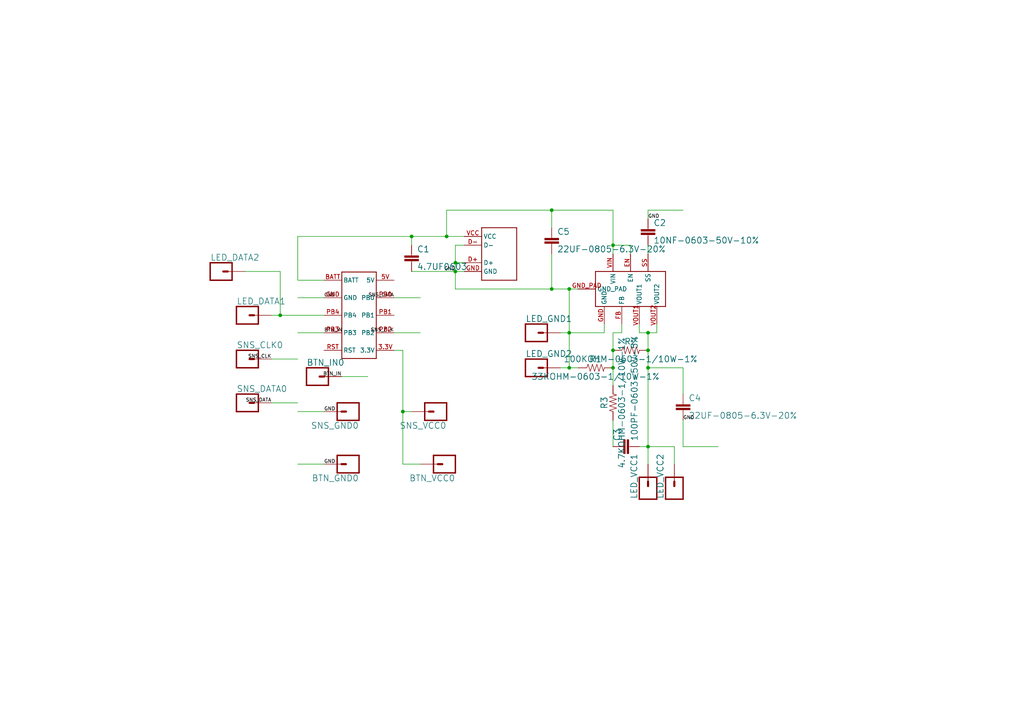
<source format=kicad_sch>
(kicad_sch (version 20230121) (generator eeschema)
  (paper "A4")
  (lib_symbols
    (symbol "LightStickControl-eagle-import:100KOHM-0603-1/10W-1%"
      (property "Reference" "R" (at 0 1.524 0))
      (symbol "100KOHM-0603-1/10W-1%_1_0"
        (polyline (pts (xy -2.54 0) (xy -2.159 1.016)) (stroke (width 0.1524)))
        (polyline (pts (xy -2.159 1.016) (xy -1.524 -1.016)) (stroke (width 0.1524)))
        (polyline (pts (xy -1.524 -1.016) (xy -0.889 1.016)) (stroke (width 0.1524)))
        (polyline (pts (xy -0.889 1.016) (xy -0.254 -1.016)) (stroke (width 0.1524)))
        (polyline (pts (xy -0.254 -1.016) (xy 0.381 1.016)) (stroke (width 0.1524)))
        (polyline (pts (xy 0.381 1.016) (xy 1.016 -1.016)) (stroke (width 0.1524)))
        (polyline (pts (xy 1.016 -1.016) (xy 1.651 1.016)) (stroke (width 0.1524)))
        (polyline (pts (xy 1.651 1.016) (xy 2.286 -1.016)) (stroke (width 0.1524)))
        (polyline (pts (xy 2.286 -1.016) (xy 2.54 0)) (stroke (width 0.1524)))
        (pin passive line (at -5.08 0 0) (length 2.54) (name "1") (number "1"))
        (pin passive line (at 5.08 0 180) (length 2.54) (name "2") (number "2"))
      )
    )
    (symbol "LightStickControl-eagle-import:100PF-0603-50V-5%"
      (property "Reference" "C" (at 1.524 2.921 0))
      (symbol "100PF-0603-50V-5%_1_0"
        (rectangle (start -2.032 0.508) (end 2.032 1.016) (fill (type outline)))
        (rectangle (start -2.032 1.524) (end 2.032 2.032) (fill (type outline)))
        (polyline (pts (xy 0 0) (xy 0 0.508)) (stroke (width 0.1524)))
        (polyline (pts (xy 0 2.54) (xy 0 2.032)) (stroke (width 0.1524)))
        (pin passive line (at 0 5.08 270) (length 2.54) (name "1") (number "1"))
        (pin passive line (at 0 -2.54 90) (length 2.54) (name "2") (number "2"))
      )
    )
    (symbol "LightStickControl-eagle-import:10NF-0603-50V-10%"
      (property "Reference" "C" (at 1.524 2.921 0))
      (symbol "10NF-0603-50V-10%_1_0"
        (rectangle (start -2.032 0.508) (end 2.032 1.016) (fill (type outline)))
        (rectangle (start -2.032 1.524) (end 2.032 2.032) (fill (type outline)))
        (polyline (pts (xy 0 0) (xy 0 0.508)) (stroke (width 0.1524)))
        (polyline (pts (xy 0 2.54) (xy 0 2.032)) (stroke (width 0.1524)))
        (pin passive line (at 0 5.08 270) (length 2.54) (name "1") (number "1"))
        (pin passive line (at 0 -2.54 90) (length 2.54) (name "2") (number "2"))
      )
    )
    (symbol "LightStickControl-eagle-import:22UF-0805-6.3V-20%"
      (property "Reference" "C" (at 1.524 2.921 0))
      (symbol "22UF-0805-6.3V-20%_1_0"
        (rectangle (start -2.032 0.508) (end 2.032 1.016) (fill (type outline)))
        (rectangle (start -2.032 1.524) (end 2.032 2.032) (fill (type outline)))
        (polyline (pts (xy 0 0) (xy 0 0.508)) (stroke (width 0.1524)))
        (polyline (pts (xy 0 2.54) (xy 0 2.032)) (stroke (width 0.1524)))
        (pin passive line (at 0 5.08 270) (length 2.54) (name "1") (number "1"))
        (pin passive line (at 0 -2.54 90) (length 2.54) (name "2") (number "2"))
      )
    )
    (symbol "LightStickControl-eagle-import:33KOHM-0603-1/10W-1%"
      (property "Reference" "R" (at 0 1.524 0))
      (symbol "33KOHM-0603-1/10W-1%_1_0"
        (polyline (pts (xy -2.54 0) (xy -2.159 1.016)) (stroke (width 0.1524)))
        (polyline (pts (xy -2.159 1.016) (xy -1.524 -1.016)) (stroke (width 0.1524)))
        (polyline (pts (xy -1.524 -1.016) (xy -0.889 1.016)) (stroke (width 0.1524)))
        (polyline (pts (xy -0.889 1.016) (xy -0.254 -1.016)) (stroke (width 0.1524)))
        (polyline (pts (xy -0.254 -1.016) (xy 0.381 1.016)) (stroke (width 0.1524)))
        (polyline (pts (xy 0.381 1.016) (xy 1.016 -1.016)) (stroke (width 0.1524)))
        (polyline (pts (xy 1.016 -1.016) (xy 1.651 1.016)) (stroke (width 0.1524)))
        (polyline (pts (xy 1.651 1.016) (xy 2.286 -1.016)) (stroke (width 0.1524)))
        (polyline (pts (xy 2.286 -1.016) (xy 2.54 0)) (stroke (width 0.1524)))
        (pin passive line (at -5.08 0 0) (length 2.54) (name "1") (number "1"))
        (pin passive line (at 5.08 0 180) (length 2.54) (name "2") (number "2"))
      )
    )
    (symbol "LightStickControl-eagle-import:4.7KOHM-0603-1/10W-1%"
      (property "Reference" "R" (at 0 1.524 0))
      (symbol "4.7KOHM-0603-1/10W-1%_1_0"
        (polyline (pts (xy -2.54 0) (xy -2.159 1.016)) (stroke (width 0.1524)))
        (polyline (pts (xy -2.159 1.016) (xy -1.524 -1.016)) (stroke (width 0.1524)))
        (polyline (pts (xy -1.524 -1.016) (xy -0.889 1.016)) (stroke (width 0.1524)))
        (polyline (pts (xy -0.889 1.016) (xy -0.254 -1.016)) (stroke (width 0.1524)))
        (polyline (pts (xy -0.254 -1.016) (xy 0.381 1.016)) (stroke (width 0.1524)))
        (polyline (pts (xy 0.381 1.016) (xy 1.016 -1.016)) (stroke (width 0.1524)))
        (polyline (pts (xy 1.016 -1.016) (xy 1.651 1.016)) (stroke (width 0.1524)))
        (polyline (pts (xy 1.651 1.016) (xy 2.286 -1.016)) (stroke (width 0.1524)))
        (polyline (pts (xy 2.286 -1.016) (xy 2.54 0)) (stroke (width 0.1524)))
        (pin passive line (at -5.08 0 0) (length 2.54) (name "1") (number "1"))
        (pin passive line (at 5.08 0 180) (length 2.54) (name "2") (number "2"))
      )
    )
    (symbol "LightStickControl-eagle-import:4.7UF0603"
      (property "Reference" "C" (at 1.524 2.921 0))
      (symbol "4.7UF0603_1_0"
        (rectangle (start -2.032 0.508) (end 2.032 1.016) (fill (type outline)))
        (rectangle (start -2.032 1.524) (end 2.032 2.032) (fill (type outline)))
        (polyline (pts (xy 0 0) (xy 0 0.508)) (stroke (width 0.1524)))
        (polyline (pts (xy 0 2.54) (xy 0 2.032)) (stroke (width 0.1524)))
        (pin passive line (at 0 5.08 270) (length 2.54) (name "1") (number "1"))
        (pin passive line (at 0 -2.54 90) (length 2.54) (name "2") (number "2"))
      )
    )
    (symbol "LightStickControl-eagle-import:ARDUINO_TRINKET"
      (symbol "ARDUINO_TRINKET_1_0"
        (polyline (pts (xy -5 -15.08) (xy -5 10)) (stroke (width 0.254)))
        (polyline (pts (xy -5 10) (xy 5 10)) (stroke (width 0.254)))
        (polyline (pts (xy 5 -15.08) (xy -5 -15.08)) (stroke (width 0.254)))
        (polyline (pts (xy 5 10) (xy 5 -15.08)) (stroke (width 0.254)))
        (pin bidirectional line (at 10.16 -12.7 180) (length 5.08) (name "3.3V") (number "3.3V"))
        (pin bidirectional line (at 10.15 7.62 180) (length 5.08) (name "5V") (number "5V"))
        (pin bidirectional line (at -10.16 7.62 0) (length 5.08) (name "BATT") (number "BATT"))
        (pin bidirectional line (at -10.16 2.54 0) (length 5.08) (name "GND") (number "GND"))
        (pin bidirectional line (at 10.16 2.54 180) (length 5.08) (name "PB0") (number "PB0"))
        (pin bidirectional line (at 10.16 -2.54 180) (length 5.08) (name "PB1") (number "PB1"))
        (pin bidirectional line (at 10.16 -7.62 180) (length 5.08) (name "PB2") (number "PB2"))
        (pin bidirectional line (at -10.16 -7.62 0) (length 5.08) (name "PB3") (number "PB3"))
        (pin bidirectional line (at -10.16 -2.54 0) (length 5.08) (name "PB4") (number "PB4"))
        (pin bidirectional line (at -10.16 -12.7 0) (length 5.08) (name "RST") (number "RST"))
      )
    )
    (symbol "LightStickControl-eagle-import:CONN_01"
      (property "Reference" "J" (at -2.54 3.048 0))
      (symbol "CONN_01_1_0"
        (polyline (pts (xy -2.54 2.54) (xy -2.54 -2.54)) (stroke (width 0.4064)))
        (polyline (pts (xy -2.54 2.54) (xy 3.81 2.54)) (stroke (width 0.4064)))
        (polyline (pts (xy 1.27 0) (xy 2.54 0)) (stroke (width 0.6096)))
        (polyline (pts (xy 3.81 -2.54) (xy -2.54 -2.54)) (stroke (width 0.4064)))
        (polyline (pts (xy 3.81 -2.54) (xy 3.81 2.54)) (stroke (width 0.4064)))
        (pin passive line (at 7.62 0 180) (length 5.08) (name "1") (number "1"))
      )
    )
    (symbol "LightStickControl-eagle-import:LMZ10503"
      (symbol "LMZ10503_1_0"
        (polyline (pts (xy -10.16 -5.08) (xy -10.16 5.08)) (stroke (width 0.254)))
        (polyline (pts (xy -10.16 5.08) (xy 10.16 5.08)) (stroke (width 0.254)))
        (polyline (pts (xy 10.16 -5.08) (xy -10.16 -5.08)) (stroke (width 0.254)))
        (polyline (pts (xy 10.16 5.08) (xy 10.16 -5.08)) (stroke (width 0.254)))
        (pin bidirectional line (at 0 10.16 270) (length 5.08) (name "EN") (number "EN"))
        (pin bidirectional line (at -2.54 -10.16 90) (length 5.08) (name "FB") (number "FB"))
        (pin bidirectional line (at -7.62 -10.16 90) (length 5.08) (name "GND") (number "GND"))
        (pin bidirectional line (at -15.24 0 0) (length 5.08) (name "GND_PAD") (number "GND_PAD"))
        (pin bidirectional line (at 5.08 10.16 270) (length 5.08) (name "SS") (number "SS"))
        (pin bidirectional line (at -5.08 10.16 270) (length 5.08) (name "VIN") (number "VIN"))
        (pin bidirectional line (at 2.54 -10.16 90) (length 5.08) (name "VOUT1") (number "VOUT1"))
        (pin bidirectional line (at 7.62 -10.16 90) (length 5.08) (name "VOUT2") (number "VOUT2"))
      )
    )
    (symbol "LightStickControl-eagle-import:USB_A_932"
      (symbol "USB_A_932_1_0"
        (polyline (pts (xy -7.62 -5.08) (xy -7.62 5.08)) (stroke (width 0.254)))
        (polyline (pts (xy -7.62 5.08) (xy 7.62 5.08)) (stroke (width 0.254)))
        (polyline (pts (xy 7.62 -5.08) (xy -7.62 -5.08)) (stroke (width 0.254)))
        (polyline (pts (xy 7.62 5.08) (xy 7.62 -5.08)) (stroke (width 0.254)))
        (pin bidirectional line (at 2.54 -10.16 90) (length 5.08) (name "D+") (number "D+"))
        (pin bidirectional line (at -2.54 -10.16 90) (length 5.08) (name "D-") (number "D-"))
        (pin bidirectional line (at 5.08 -10.16 90) (length 5.08) (name "GND") (number "GND"))
        (pin bidirectional line (at -5.08 -10.16 90) (length 5.08) (name "VCC") (number "VCC"))
      )
    )
  )
  (junction (at 187.96 106.68))
  (junction (at 160.02 83.82))
  (junction (at 165.1 96.52))
  (junction (at 177.8 101.6))
  (junction (at 119.38 68.58))
  (junction (at 132.08 76.2))
  (junction (at 187.96 129.54))
  (junction (at 177.8 106.68))
  (junction (at 187.96 96.52))
  (junction (at 165.1 106.68))
  (junction (at 81.28 91.44))
  (junction (at 116.84 119.38))
  (junction (at 177.8 71.12))
  (junction (at 129.54 68.58))
  (junction (at 165.1 83.82))
  (junction (at 160.02 60.96))
  (junction (at 187.96 101.6))
  (junction (at 132.08 78.74))
  (wire (pts (xy 86.36 81.28) (xy 93.98 81.28)) (stroke (width 0.1524)))
  (wire (pts (xy 187.96 129.54) (xy 185.42 129.54)) (stroke (width 0.1524)))
  (wire (pts (xy 78.74 104.14) (xy 86.36 104.14)) (stroke (width 0.1524)))
  (wire (pts (xy 190.5 93.98) (xy 190.5 96.52)) (stroke (width 0.1524)))
  (wire (pts (xy 93.98 134.62) (xy 86.36 134.62)) (stroke (width 0.1524)))
  (wire (pts (xy 134.62 76.2) (xy 132.08 76.2)) (stroke (width 0.1524)))
  (wire (pts (xy 180.34 93.98) (xy 180.34 96.52)) (stroke (width 0.1524)))
  (wire (pts (xy 187.96 129.54) (xy 195.58 129.54)) (stroke (width 0.1524)))
  (wire (pts (xy 187.96 106.68) (xy 187.96 129.54)) (stroke (width 0.1524)))
  (wire (pts (xy 132.08 78.74) (xy 132.08 83.82)) (stroke (width 0.1524)))
  (wire (pts (xy 187.96 73.66) (xy 187.96 71.12)) (stroke (width 0.1524)))
  (wire (pts (xy 78.74 91.44) (xy 81.28 91.44)) (stroke (width 0.1524)))
  (wire (pts (xy 119.38 68.58) (xy 86.36 68.58)) (stroke (width 0.1524)))
  (wire (pts (xy 116.84 119.38) (xy 119.38 119.38)) (stroke (width 0.1524)))
  (wire (pts (xy 129.54 60.96) (xy 160.02 60.96)) (stroke (width 0.1524)))
  (wire (pts (xy 175.26 93.98) (xy 175.26 96.52)) (stroke (width 0.1524)))
  (wire (pts (xy 93.98 119.38) (xy 86.36 119.38)) (stroke (width 0.1524)))
  (wire (pts (xy 160.02 83.82) (xy 165.1 83.82)) (stroke (width 0.1524)))
  (wire (pts (xy 132.08 78.74) (xy 119.38 78.74)) (stroke (width 0.1524)))
  (wire (pts (xy 165.1 83.82) (xy 167.64 83.82)) (stroke (width 0.1524)))
  (wire (pts (xy 114.3 101.6) (xy 116.84 101.6)) (stroke (width 0.1524)))
  (wire (pts (xy 187.96 96.52) (xy 190.5 96.52)) (stroke (width 0.1524)))
  (wire (pts (xy 187.96 63.5) (xy 187.96 60.96)) (stroke (width 0.1524)))
  (wire (pts (xy 177.8 71.12) (xy 177.8 73.66)) (stroke (width 0.1524)))
  (wire (pts (xy 134.62 68.58) (xy 129.54 68.58)) (stroke (width 0.1524)))
  (wire (pts (xy 185.42 93.98) (xy 185.42 96.52)) (stroke (width 0.1524)))
  (wire (pts (xy 93.98 86.36) (xy 86.36 86.36)) (stroke (width 0.1524)))
  (wire (pts (xy 119.38 71.12) (xy 119.38 68.58)) (stroke (width 0.1524)))
  (wire (pts (xy 116.84 134.62) (xy 121.92 134.62)) (stroke (width 0.1524)))
  (wire (pts (xy 187.96 101.6) (xy 187.96 96.52)) (stroke (width 0.1524)))
  (wire (pts (xy 177.8 96.52) (xy 177.8 101.6)) (stroke (width 0.1524)))
  (wire (pts (xy 132.08 78.74) (xy 134.62 78.74)) (stroke (width 0.1524)))
  (wire (pts (xy 132.08 71.12) (xy 134.62 71.12)) (stroke (width 0.1524)))
  (wire (pts (xy 165.1 96.52) (xy 165.1 83.82)) (stroke (width 0.1524)))
  (wire (pts (xy 132.08 83.82) (xy 160.02 83.82)) (stroke (width 0.1524)))
  (wire (pts (xy 160.02 60.96) (xy 177.8 60.96)) (stroke (width 0.1524)))
  (wire (pts (xy 198.12 121.92) (xy 198.12 129.54)) (stroke (width 0.1524)))
  (wire (pts (xy 99.06 109.22) (xy 106.68 109.22)) (stroke (width 0.1524)))
  (wire (pts (xy 187.96 106.68) (xy 198.12 106.68)) (stroke (width 0.1524)))
  (wire (pts (xy 182.88 73.66) (xy 182.88 71.12)) (stroke (width 0.1524)))
  (wire (pts (xy 175.26 96.52) (xy 165.1 96.52)) (stroke (width 0.1524)))
  (wire (pts (xy 185.42 96.52) (xy 187.96 96.52)) (stroke (width 0.1524)))
  (wire (pts (xy 195.58 129.54) (xy 195.58 134.62)) (stroke (width 0.1524)))
  (wire (pts (xy 81.28 91.44) (xy 93.98 91.44)) (stroke (width 0.1524)))
  (wire (pts (xy 129.54 68.58) (xy 119.38 68.58)) (stroke (width 0.1524)))
  (wire (pts (xy 71.12 78.74) (xy 81.28 78.74)) (stroke (width 0.1524)))
  (wire (pts (xy 114.3 86.36) (xy 121.92 86.36)) (stroke (width 0.1524)))
  (wire (pts (xy 187.96 101.6) (xy 187.96 106.68)) (stroke (width 0.1524)))
  (wire (pts (xy 177.8 111.76) (xy 177.8 106.68)) (stroke (width 0.1524)))
  (wire (pts (xy 81.28 78.74) (xy 81.28 91.44)) (stroke (width 0.1524)))
  (wire (pts (xy 129.54 68.58) (xy 129.54 60.96)) (stroke (width 0.1524)))
  (wire (pts (xy 177.8 60.96) (xy 177.8 71.12)) (stroke (width 0.1524)))
  (wire (pts (xy 177.8 101.6) (xy 177.8 106.68)) (stroke (width 0.1524)))
  (wire (pts (xy 187.96 60.96) (xy 198.12 60.96)) (stroke (width 0.1524)))
  (wire (pts (xy 160.02 73.66) (xy 160.02 83.82)) (stroke (width 0.1524)))
  (wire (pts (xy 160.02 60.96) (xy 160.02 66.04)) (stroke (width 0.1524)))
  (wire (pts (xy 93.98 96.52) (xy 86.36 96.52)) (stroke (width 0.1524)))
  (wire (pts (xy 114.3 96.52) (xy 121.92 96.52)) (stroke (width 0.1524)))
  (wire (pts (xy 116.84 101.6) (xy 116.84 119.38)) (stroke (width 0.1524)))
  (wire (pts (xy 132.08 76.2) (xy 132.08 78.74)) (stroke (width 0.1524)))
  (wire (pts (xy 132.08 76.2) (xy 132.08 71.12)) (stroke (width 0.1524)))
  (wire (pts (xy 116.84 119.38) (xy 116.84 134.62)) (stroke (width 0.1524)))
  (wire (pts (xy 162.56 96.52) (xy 165.1 96.52)) (stroke (width 0.1524)))
  (wire (pts (xy 198.12 129.54) (xy 208.28 129.54)) (stroke (width 0.1524)))
  (wire (pts (xy 187.96 129.54) (xy 187.96 134.62)) (stroke (width 0.1524)))
  (wire (pts (xy 177.8 129.54) (xy 177.8 121.92)) (stroke (width 0.1524)))
  (wire (pts (xy 198.12 106.68) (xy 198.12 114.3)) (stroke (width 0.1524)))
  (wire (pts (xy 165.1 106.68) (xy 165.1 96.52)) (stroke (width 0.1524)))
  (wire (pts (xy 180.34 96.52) (xy 177.8 96.52)) (stroke (width 0.1524)))
  (wire (pts (xy 167.64 106.68) (xy 165.1 106.68)) (stroke (width 0.1524)))
  (wire (pts (xy 78.74 116.84) (xy 86.36 116.84)) (stroke (width 0.1524)))
  (wire (pts (xy 182.88 71.12) (xy 177.8 71.12)) (stroke (width 0.1524)))
  (wire (pts (xy 162.56 106.68) (xy 165.1 106.68)) (stroke (width 0.1524)))
  (wire (pts (xy 86.36 68.58) (xy 86.36 81.28)) (stroke (width 0.1524)))
  (label "GND" (at 132.08 78.74 180) (effects (font (size 1.016 1.016))))
  (label "SNS_CLK" (at 114.3 96.52 180) (effects (font (size 1.016 1.016))))
  (label "BTN_IN" (at 99.06 109.22 180) (effects (font (size 1.016 1.016))))
  (label "GND" (at 198.12 121.92 0) (effects (font (size 1.016 1.016))))
  (label "GND" (at 187.96 63.5 0) (effects (font (size 1.016 1.016))))
  (label "GND" (at 93.98 119.38 0) (effects (font (size 1.016 1.016))))
  (label "SNS_DATA" (at 78.74 116.84 180) (effects (font (size 1.016 1.016))))
  (label "GND" (at 93.98 134.62 0) (effects (font (size 1.016 1.016))))
  (label "BTN_IN" (at 93.98 96.52 0) (effects (font (size 1.016 1.016))))
  (label "SNS_DATA" (at 114.3 86.36 180) (effects (font (size 1.016 1.016))))
  (label "GND" (at 93.98 86.36 0) (effects (font (size 1.016 1.016))))
  (label "SNS_CLK" (at 78.74 104.14 180) (effects (font (size 1.016 1.016))))
  (symbol (lib_id "LightStickControl-eagle-import:CONN_01") (at 63.5 78.74 0) (unit 1)
    (property "Reference" "LED_DATA2" (at 60.96 75.692 0) (effects (font (size 1.778 1.778)) (justify left bottom)))
    (property "Value" "CONN_01" (effects hide))
    (property "Footprint" "LightStickControl:1X01" (effects hide))
  )
  (symbol (lib_id "LightStickControl-eagle-import:10NF-0603-50V-10%") (at 187.96 68.58 0) (unit 1)
    (property "Reference" "C2" (at 189.484 65.659 0) (effects (font (size 1.778 1.778)) (justify left bottom)))
    (property "Value" "10NF-0603-50V-10%" (at 189.484 70.739 0) (effects (font (size 1.778 1.778)) (justify left bottom)))
    (property "Footprint" "LightStickControl:0603" (effects hide))
  )
  (symbol (lib_id "LightStickControl-eagle-import:4.7UF0603") (at 119.38 76.2 0) (unit 1)
    (property "Reference" "C1" (at 120.904 73.279 0) (effects (font (size 1.778 1.778)) (justify left bottom)))
    (property "Value" "4.7UF0603" (at 120.904 78.359 0) (effects (font (size 1.778 1.778)) (justify left bottom)))
    (property "Footprint" "LightStickControl:0603" (effects hide))
  )
  (symbol (lib_id "LightStickControl-eagle-import:CONN_01") (at 101.6 119.38 180) (unit 1)
    (property "Reference" "SNS_GND0" (at 104.14 122.428 0) (effects (font (size 1.778 1.778)) (justify left bottom)))
    (property "Value" "CONN_01" (effects hide))
    (property "Footprint" "LightStickControl:1X01" (effects hide))
  )
  (symbol (lib_id "LightStickControl-eagle-import:CONN_01") (at 154.94 96.52 0) (unit 1)
    (property "Reference" "LED_GND1" (at 152.4 93.472 0) (effects (font (size 1.778 1.778)) (justify left bottom)))
    (property "Value" "CONN_01" (effects hide))
    (property "Footprint" "LightStickControl:1X01" (effects hide))
  )
  (symbol (lib_id "LightStickControl-eagle-import:CONN_01") (at 187.96 142.24 90) (unit 1)
    (property "Reference" "LED_VCC1" (at 184.912 144.78 0) (effects (font (size 1.778 1.778)) (justify left bottom)))
    (property "Value" "CONN_01" (effects hide))
    (property "Footprint" "LightStickControl:1X01" (effects hide))
  )
  (symbol (lib_id "LightStickControl-eagle-import:USB_A_932") (at 144.78 73.66 270) (unit 1)
    (property "Reference" "USB1" (effects hide))
    (property "Value" "USB_A_932" (effects hide))
    (property "Footprint" "LightStickControl:USB_A_932" (effects hide))
  )
  (symbol (lib_id "LightStickControl-eagle-import:CONN_01") (at 195.58 142.24 90) (unit 1)
    (property "Reference" "LED_VCC2" (at 192.532 144.78 0) (effects (font (size 1.778 1.778)) (justify left bottom)))
    (property "Value" "CONN_01" (effects hide))
    (property "Footprint" "LightStickControl:1X01" (effects hide))
  )
  (symbol (lib_id "LightStickControl-eagle-import:33KOHM-0603-1/10W-1%") (at 172.72 106.68 0) (unit 1)
    (property "Reference" "R1" (at 172.72 105.156 0) (effects (font (size 1.778 1.778)) (justify bottom)))
    (property "Value" "33KOHM-0603-1/10W-1%" (at 172.72 108.204 0) (effects (font (size 1.778 1.778)) (justify top)))
    (property "Footprint" "LightStickControl:0603" (effects hide))
  )
  (symbol (lib_id "LightStickControl-eagle-import:CONN_01") (at 71.12 104.14 0) (unit 1)
    (property "Reference" "SNS_CLK0" (at 68.58 101.092 0) (effects (font (size 1.778 1.778)) (justify left bottom)))
    (property "Value" "CONN_01" (effects hide))
    (property "Footprint" "LightStickControl:1X01" (effects hide))
  )
  (symbol (lib_id "LightStickControl-eagle-import:CONN_01") (at 129.54 134.62 180) (unit 1)
    (property "Reference" "BTN_VCC0" (at 132.08 137.668 0) (effects (font (size 1.778 1.778)) (justify left bottom)))
    (property "Value" "CONN_01" (effects hide))
    (property "Footprint" "LightStickControl:1X01" (effects hide))
  )
  (symbol (lib_id "LightStickControl-eagle-import:CONN_01") (at 154.94 106.68 0) (unit 1)
    (property "Reference" "LED_GND2" (at 152.4 103.632 0) (effects (font (size 1.778 1.778)) (justify left bottom)))
    (property "Value" "CONN_01" (effects hide))
    (property "Footprint" "LightStickControl:1X01" (effects hide))
  )
  (symbol (lib_id "LightStickControl-eagle-import:CONN_01") (at 101.6 134.62 180) (unit 1)
    (property "Reference" "BTN_GND0" (at 104.14 137.668 0) (effects (font (size 1.778 1.778)) (justify left bottom)))
    (property "Value" "CONN_01" (effects hide))
    (property "Footprint" "LightStickControl:1X01" (effects hide))
  )
  (symbol (lib_id "LightStickControl-eagle-import:4.7KOHM-0603-1/10W-1%") (at 177.8 116.84 90) (unit 1)
    (property "Reference" "R3" (at 176.276 116.84 0) (effects (font (size 1.778 1.778)) (justify bottom)))
    (property "Value" "4.7KOHM-0603-1/10W-1%" (at 179.324 116.84 0) (effects (font (size 1.778 1.778)) (justify top)))
    (property "Footprint" "LightStickControl:0603" (effects hide))
  )
  (symbol (lib_id "LightStickControl-eagle-import:CONN_01") (at 127 119.38 180) (unit 1)
    (property "Reference" "SNS_VCC0" (at 129.54 122.428 0) (effects (font (size 1.778 1.778)) (justify left bottom)))
    (property "Value" "CONN_01" (effects hide))
    (property "Footprint" "LightStickControl:1X01" (effects hide))
  )
  (symbol (lib_id "LightStickControl-eagle-import:LMZ10503") (at 182.88 83.82 0) (unit 1)
    (property "Reference" "V1" (effects hide))
    (property "Value" "LMZ10503" (effects hide))
    (property "Footprint" "LightStickControl:TO-PMOD" (effects hide))
  )
  (symbol (lib_id "LightStickControl-eagle-import:CONN_01") (at 71.12 91.44 0) (unit 1)
    (property "Reference" "LED_DATA1" (at 68.58 88.392 0) (effects (font (size 1.778 1.778)) (justify left bottom)))
    (property "Value" "CONN_01" (effects hide))
    (property "Footprint" "LightStickControl:1X01" (effects hide))
  )
  (symbol (lib_id "LightStickControl-eagle-import:CONN_01") (at 91.44 109.22 0) (unit 1)
    (property "Reference" "BTN_IN0" (at 88.9 106.172 0) (effects (font (size 1.778 1.778)) (justify left bottom)))
    (property "Value" "CONN_01" (effects hide))
    (property "Footprint" "LightStickControl:1X01" (effects hide))
  )
  (symbol (lib_id "LightStickControl-eagle-import:100KOHM-0603-1/10W-1%") (at 182.88 101.6 0) (unit 1)
    (property "Reference" "R2" (at 182.88 100.076 0) (effects (font (size 1.778 1.778)) (justify bottom)))
    (property "Value" "100KOHM-0603-1/10W-1%" (at 182.88 103.124 0) (effects (font (size 1.778 1.778)) (justify top)))
    (property "Footprint" "LightStickControl:0603" (effects hide))
  )
  (symbol (lib_id "LightStickControl-eagle-import:22UF-0805-6.3V-20%") (at 160.02 71.12 0) (unit 1)
    (property "Reference" "C5" (at 161.544 68.199 0) (effects (font (size 1.778 1.778)) (justify left bottom)))
    (property "Value" "22UF-0805-6.3V-20%" (at 161.544 73.279 0) (effects (font (size 1.778 1.778)) (justify left bottom)))
    (property "Footprint" "LightStickControl:0805" (effects hide))
  )
  (symbol (lib_id "LightStickControl-eagle-import:CONN_01") (at 71.12 116.84 0) (unit 1)
    (property "Reference" "SNS_DATA0" (at 68.58 113.792 0) (effects (font (size 1.778 1.778)) (justify left bottom)))
    (property "Value" "CONN_01" (effects hide))
    (property "Footprint" "LightStickControl:1X01" (effects hide))
  )
  (symbol (lib_id "LightStickControl-eagle-import:100PF-0603-50V-5%") (at 182.88 129.54 90) (unit 1)
    (property "Reference" "C3" (at 179.959 128.016 0) (effects (font (size 1.778 1.778)) (justify left bottom)))
    (property "Value" "100PF-0603-50V-5%" (at 185.039 128.016 0) (effects (font (size 1.778 1.778)) (justify left bottom)))
    (property "Footprint" "LightStickControl:0603" (effects hide))
  )
  (symbol (lib_id "LightStickControl-eagle-import:ARDUINO_TRINKET") (at 104.14 88.9 0) (unit 1)
    (property "Reference" "MCU1" (effects hide))
    (property "Value" "ARDUINO_TRINKET" (effects hide))
    (property "Footprint" "LightStickControl:ARDUINO_TRINKET" (effects hide))
  )
  (symbol (lib_id "LightStickControl-eagle-import:22UF-0805-6.3V-20%") (at 198.12 119.38 0) (unit 1)
    (property "Reference" "C4" (at 199.644 116.459 0) (effects (font (size 1.778 1.778)) (justify left bottom)))
    (property "Value" "22UF-0805-6.3V-20%" (at 199.644 121.539 0) (effects (font (size 1.778 1.778)) (justify left bottom)))
    (property "Footprint" "LightStickControl:0805" (effects hide))
  )
)
</source>
